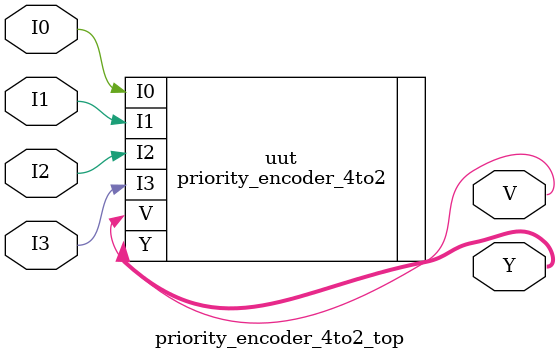
<source format=v>
`timescale 1ns / 1ps

module priority_encoder_4to2_top(
    input I0, I1, I2, I3,   // input ports visible in schematic
    output [1:0] Y,         // output port visible in schematic
    output V
    );

    // Instantiate your encoder
    priority_encoder_4to2 uut (
        .I0(I0), .I1(I1), .I2(I2), .I3(I3),
        .Y(Y), .V(V)
    );

endmodule

</source>
